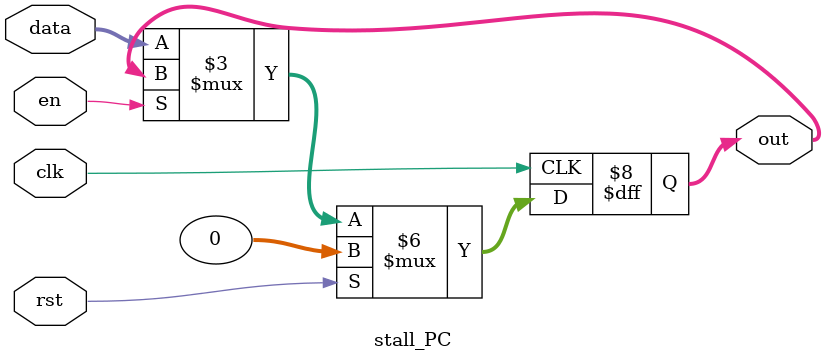
<source format=v>
`timescale 1ns / 1ps


module stall_PC(
    clk,
    data,
    rst,
    out,
    en
    );
    
    input [31:0] data;
    output reg [31:0] out;
    input clk, rst, en;
    
    always@(posedge clk) begin
        if(rst)
            out <= 32'd0;
        else if(~en)
            out <= data;
    end
    
    
endmodule

</source>
